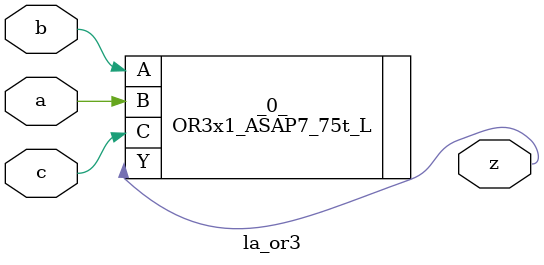
<source format=v>

/* Generated by Yosys 0.44 (git sha1 80ba43d26, g++ 11.4.0-1ubuntu1~22.04 -fPIC -O3) */

(* top =  1  *)
(* src = "inputs/la_or3.v:10.1-21.10" *)
module la_or3 (
    a,
    b,
    c,
    z
);
  (* src = "inputs/la_or3.v:13.12-13.13" *)
  input a;
  wire a;
  (* src = "inputs/la_or3.v:14.12-14.13" *)
  input b;
  wire b;
  (* src = "inputs/la_or3.v:15.12-15.13" *)
  input c;
  wire c;
  (* src = "inputs/la_or3.v:16.12-16.13" *)
  output z;
  wire z;
  OR3x1_ASAP7_75t_L _0_ (
      .A(b),
      .B(a),
      .C(c),
      .Y(z)
  );
endmodule

</source>
